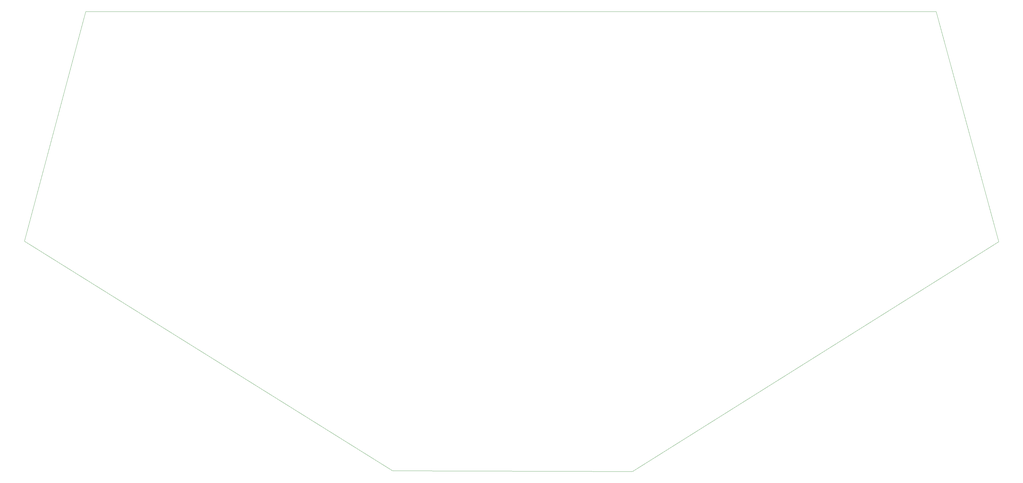
<source format=gm1>
G04 #@! TF.GenerationSoftware,KiCad,Pcbnew,(5.1.5)-3*
G04 #@! TF.CreationDate,2021-04-24T22:04:20+09:00*
G04 #@! TF.ProjectId,brimstone,6272696d-7374-46f6-9e65-2e6b69636164,rev?*
G04 #@! TF.SameCoordinates,Original*
G04 #@! TF.FileFunction,Profile,NP*
%FSLAX46Y46*%
G04 Gerber Fmt 4.6, Leading zero omitted, Abs format (unit mm)*
G04 Created by KiCad (PCBNEW (5.1.5)-3) date 2021-04-24 22:04:20*
%MOMM*%
%LPD*%
G04 APERTURE LIST*
%ADD10C,0.050000*%
G04 APERTURE END LIST*
D10*
X71150000Y-28550000D02*
X72950000Y-28550000D01*
X51350000Y-102750000D02*
X71150000Y-28550000D01*
X170350000Y-176950000D02*
X51350000Y-102750000D01*
X346150000Y-28550000D02*
X344950000Y-28550000D01*
X366350000Y-102950000D02*
X346150000Y-28550000D01*
X247950000Y-177150000D02*
X366350000Y-102950000D01*
X170350000Y-176950000D02*
X247950000Y-177150000D01*
X72950000Y-28550000D02*
X344950000Y-28550000D01*
M02*

</source>
